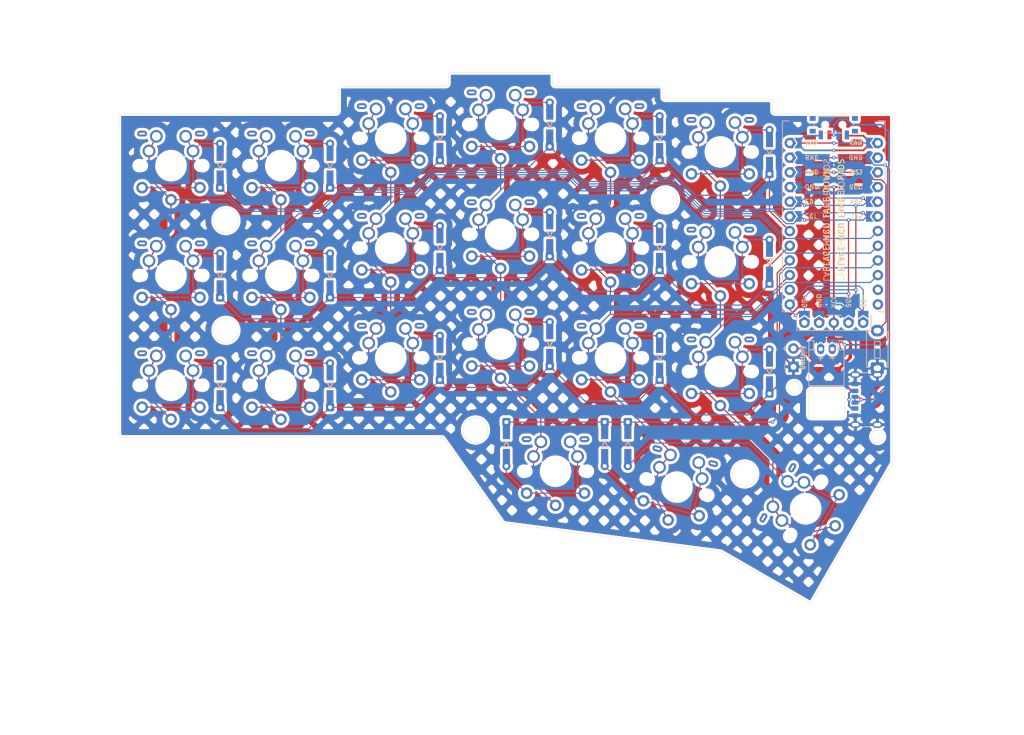
<source format=kicad_pcb>
(kicad_pcb (version 20240108) (generator "pcbnew") (generator_version "8.0")
  (layers (0 "F.Cu" signal) (31 "B.Cu" signal) (34 "B.Paste" user) (35 "F.Paste" user) (36 "B.SilkS" user "B.Silkscreen") (37 "F.SilkS" user "F.Silkscreen") (38 "B.Mask" user) (39 "F.Mask" user) (44 "Edge.Cuts" user))
  (net 0 "")
  (net 1 "row0")
  (net 2 "Net-(D1-A)")
  (net 3 "Net-(D2-A)")
  (net 4 "row1")
  (net 5 "Net-(D3-A)")
  (net 6 "row2")
  (net 7 "Net-(D4-A)")
  (net 8 "Net-(D5-A)")
  (net 9 "Net-(D6-A)")
  (net 10 "Net-(D7-A)")
  (net 11 "Net-(D8-A)")
  (net 12 "Net-(D9-A)")
  (net 13 "Net-(D10-A)")
  (net 14 "Net-(D11-A)")
  (net 15 "Net-(D12-A)")
  (net 16 "Net-(D13-A)")
  (net 17 "row3")
  (net 18 "Net-(D14-A)")
  (net 19 "Net-(D15-A)")
  (net 20 "Net-(D16-A)")
  (net 21 "Net-(D17-A)")
  (net 22 "Net-(D18-A)")
  (net 23 "Net-(D19-A)")
  (net 24 "Net-(D20-A)")
  (net 25 "Net-(D21-A)")
  (net 26 "battery")
  (net 27 "GND")
  (net 29 "VCC")
  (net 30 "SDA")
  (net 31 "SCL")
  (net 32 "CS")
  (net 33 "RAW")
  (net 34 "RST")
  (net 35 "col0")
  (net 36 "col1")
  (net 37 "col2")
  (net 38 "col3")
  (net 39 "col4")
  (net 40 "col5")
  (net 44 "RX")
  (net 46 "unconnected-(U1-D3-TX-Pad1)")
  (footprint "Project:Switch-MX_ChocV2-Reversible-Solder" (layer "F.Cu") (at 50 88)
    (property "Reference" "SW3" (hide yes))
    (property "Value" "SW_Push")
  )
  (footprint "Project:Switch-MX_ChocV2-Reversible-Solder" (layer "F.Cu") (at 145 47.625)
    (property "Reference" "SW18" (hide yes))
    (property "Value" "SW_Push")
  )
  (footprint "Project:Switch-MX_ChocV2-Reversible-Solder" (layer "F.Cu") (at 88 83.25)
    (property "Reference" "SW9" (hide yes))
    (property "Value" "SW_Push")
  )
  (footprint "Project:Switch-MX_ChocV2-Reversible-Solder" (layer "F.Cu") (at 69 50)
    (property "Reference" "SW4" (hide yes))
    (property "Value" "SW_Push")
  )
  (footprint "Project:Switch-MX_ChocV2-Reversible-Solder" (layer "F.Cu") (at 107 61.875)
    (property "Reference" "SW11" (hide yes))
    (property "Value" "SW_Push")
  )
  (footprint "Project:Switch-MX_ChocV2-Reversible-Solder" (layer "F.Cu") (at 50 69)
    (property "Reference" "SW2" (hide yes))
    (property "Value" "SW_Push")
  )
  (footprint "Project:Switch-MX_ChocV2-Reversible-Solder" (layer "F.Cu") (at 126 45.25)
    (property "Reference" "SW14" (hide yes))
    (property "Value" "SW_Push")
  )
  (footprint "Project:Switch-MX_ChocV2-Reversible-Solder" (layer "F.Cu") (at 88 64.25)
    (property "Reference" "SW8" (hide yes))
    (property "Value" "SW_Push")
  )
  (footprint "Project:Switch-MX_ChocV2-Reversible-Solder" (layer "F.Cu") (at 159.75 109.375 60)
    (property "Reference" "SW21" (hide yes))
    (property "Value" "SW_Push")
  )
  (footprint "Project:Switch-MX_ChocV2-Reversible-Solder" (layer "F.Cu") (at 137.5 105.625 -15)
    (property "Reference" "SW17" (hide yes))
    (property "Value" "SW_Push")
  )
  (footprint "Project:Switch-MX_ChocV2-Reversible-Solder" (layer "F.Cu") (at 50 50)
    (property "Reference" "SW1" (hide yes))
    (property "Value" "SW_Push")
  )
  (footprint "Project:Nice_View" (layer "F.Cu") (at 164.625 77.195)
    (property "Reference" "J2" (hide yes))
    (property "Value" "nice!view")
  )
  (footprint "Project:Pro_Micro-Reversible" (layer "F.Cu") (at 164.625 60.05)
    (property "Reference" "U1" (hide yes))
    (property "Value" "ProMicro")
  )
  (footprint "Project:Switch-MX_ChocV2-Reversible-Solder" (layer "F.Cu") (at 69 88)
    (property "Reference" "SW6" (hide yes))
    (property "Value" "SW_Push")
  )
  (footprint "Project:Switch-MX_ChocV2-Reversible-Solder" (layer "F.Cu") (at 69 69)
    (property "Reference" "SW5" (hide yes))
    (property "Value" "SW_Push")
  )
  (footprint "Project:JST_PH_S2B-PH-K_1x02_P2.00mm_Horizontal" (layer "F.Cu") (at 162.355 81.73)
    (property "Reference" "J1" (hide yes))
    (property "Value" "Battery Connector")
  )
  (footprint "Project:USB_C_Receptacle_GCT_USB4125-xx-x_6P_TopMnt_Horizontal" (layer "F.Cu") (at 171.35 90.495 90)
    (property "Reference" "J3" (hide yes))
    (property "Value" "USB_C_Receptacle_PowerOnly_6P")
  )
  (footprint "Project:Switch-MX_ChocV2-Reversible-Solder" (layer "F.Cu") (at 116.5 102.875)
    (property "Reference" "SW13" (hide yes))
    (property "Value" "SW_Push")
  )
  (footprint "Project:Battery Wire" (layer "F.Cu") (at 157.64 84.815 90)
    (property "Reference" "J4" (hide yes))
    (property "Value" "Battery Wire")
  )
  (footprint "Project:SW_PUSH_1P1T_6x3.5mm_H4.3_APEM_MJTP1243" (layer "F.Cu") (at 172.15 85.045 90)
    (property "Reference" "RSW1" (hide yes))
    (property "Value" "SW_Push")
  )
  (footprint "Project:Switch-MX_ChocV2-Reversible-Solder" (layer "F.Cu") (at 145 85.625)
    (property "Reference" "SW20" (hide yes))
    (property "Value" "SW_Push")
  )
  (footprint "Project:Switch-MX_ChocV2-Reversible-Solder" (layer "F.Cu") (at 107 42.875)
    (property "Reference" "SW10" (hide yes))
    (property "Value" "SW_Push")
  )
  (footprint "Project:Switch-MX_ChocV2-Reversible-Solder" (layer "F.Cu") (at 107 80.875)
    (property "Reference" "SW12" (hide yes))
    (property "Value" "SW_Push")
  )
  (footprint "Project:Switch-MX_ChocV2-Reversible-Solder" (layer "F.Cu") (at 126 83.25)
    (property "Reference" "SW16" (hide yes))
    (property "Value" "SW_Push")
  )
  (footprint "Project:Switch-MX_ChocV2-Reversible-Solder" (layer "F.Cu") (at 145 66.625)
    (property "Reference" "SW19" (hide yes))
    (property "Value" "SW_Push")
  )
  (footprint "Project:Switch-MX_ChocV2-Reversible-Solder" (layer "F.Cu") (at 126 64.25)
    (property "Reference" "SW15" (hide yes))
    (property "Value" "SW_Push")
  )
  (footprint "Project:Switch-MX_ChocV2-Reversible-Solder" (layer "F.Cu") (at 88 45.25)
    (property "Reference" "SW7" (hide yes))
    (property "Value" "SW_Push")
  )
  (footprint "Project:Diode-Reversible" (layer "B.Cu") (at 58.5 88 90)
    (property "Reference" "D3" (hide yes))
    (property "Value" "D")
  )
  (footprint "Project:Diode-Reversible" (layer "B.Cu") (at 153.5 85.625 90)
    (property "Reference" "D20" (hide yes))
    (property "Value" "D")
  )
  (footprint "Project:Diode-Reversible" (layer "B.Cu") (at 134.5 45.25 90)
    (property "Reference" "D14" (hide yes))
    (property "Value" "D")
  )
  (footprint "Project:Diode-Reversible" (layer "B.Cu") (at 115.5 61.875 90)
    (property "Reference" "D11" (hide yes))
    (property "Value" "D")
  )
  (footprint "Project:Diode-Reversible" (layer "B.Cu") (at 153.5 47.625 90)
    (property "Reference" "D18" (hide yes))
    (property "Value" "D")
  )
  (footprint "Project:Diode-Reversible" (layer "B.Cu") (at 77.5 50 90)
    (property "Reference" "D4" (hide yes))
    (property "Value" "D")
  )
  (footprint "Project:Diode-Reversible" (layer "B.Cu") (at 58.5 69 90)
    (property "Reference" "D2" (hide yes))
    (property "Value" "D")
  )
  (footprint "Project:Diode-Reversible" (layer "B.Cu") (at 115.5 80.875 90)
    (property "Reference" "D12" (hide yes))
    (property "Value" "D")
  )
  (footprint "Project:Diode-Reversible" (layer "B.Cu") (at 96.5 83.25 90)
    (property "Reference" "D9" (hide yes))
    (property "Value" "D")
  )
  (footprint "Project:Diode-Reversible" (layer "B.Cu") (at 129 98.185 -90)
    (property "Reference" "D21" (hide yes))
    (property "Value" "D")
  )
  (footprint "Project:Diode-Reversible" (layer "B.Cu") (at 153.5 66.625 90)
    (property "Reference" "D19" (hide yes))
    (property "Value" "D")
  )
  (footprint "Project:Diode-Reversible" (layer "B.Cu") (at 108 98.185 -90)
    (property "Reference" "D13" (hide yes))
    (property "Value" "D")
  )
  (footprint "Project:Diode-Reversible" (layer "B.Cu") (at 96.5 45.25 90)
    (property "Reference" "D7" (hide yes))
    (property "Value" "D")
  )
  (footprint "Project:Diode-Reversible" (layer "B.Cu") (at 134.5 83.25 90)
    (property "Reference" "D16" (hide yes))
    (property "Value" "D")
  )
  (footprint "Project:SW_SPDT_PCM12" (layer "B.Cu") (at 164.625 43.25)
    (property "Reference" "PSW1" (hide yes))
    (property "Value" "SW_SPDT")
  )
  (footprint "Project:Diode-Reversible" (layer "B.Cu") (at 58.5 50 90)
    (property "Reference" "D1" (hide yes))
    (property "Value" "D")
  )
  (footprint "Project:Diode-Reversible" (layer "B.Cu") (at 77.5 69 90)
    (property "Reference" "D5" (hide yes))
    (property "Value" "D")
  )
  (footprint "Project:Diode-Reversible" (layer "B.Cu") (at 115.5 42.875 90)
    (property "Reference" "D10" (hide yes))
    (property "Value" "D")
  )
  (footprint "Project:Diode-Reversible" (layer "B.Cu") (at 134.5 64.25 90)
    (property "Reference" "D15" (hide yes))
    (property "Value" "D")
  )
  (footprint "Project:Diode-Reversible" (layer "B.Cu") (at 96.5 64.25 90)
    (property "Reference" "D8" (hide yes))
    (property "Value" "D")
  )
  (footprint "Project:Diode-Reversible" (layer "B.Cu") (at 77.5 88 90)
    (property "Reference" "D6" (hide yes))
    (property "Value" "D")
  )
  (footprint "Project:Diode-Reversible" (layer "B.Cu") (at 125 98.185 -90)
    (property "Reference" "D17" (hide yes))
    (property "Value" "D")
  )
  (gr_arc (start 98.000001 35.749998) (mid 97.853554 36.103553) (end 97.499999 36.25) (stroke (width 0.05)) (layer "Edge.Cuts"))
  (gr_line (start 107.717337 111.903383) (end 144.981882 116.769934) (stroke (width 0.05)) (layer "Edge.Cuts"))
  (gr_arc (start 78.999999 36.75) (mid 79.146446 36.396444) (end 79.500002 36.249999) (stroke (width 0.05)) (layer "Edge.Cuts"))
  (gr_circle (center 172.21 96.88) (end 173.31 96.88) (stroke (width 0.05)) (fill none) (layer "Edge.Cuts"))
  (gr_line (start 97.499999 36.25) (end 79.500002 36.249999) (stroke (width 0.05)) (layer "Edge.Cuts"))
  (gr_arc (start 107.717337 111.903383) (mid 107.523732 111.835674) (end 107.373599 111.695934) (stroke (width 0.05)) (layer "Edge.Cuts"))
  (gr_line (start 174.75 101.260262) (end 174.75 41.5) (stroke (width 0.05)) (layer "Edge.Cuts"))
  (gr_line (start 166.022 88.625) (end 160.688 88.625) (stroke (width 0.05)) (layer "Edge.Cuts"))
  (gr_line (start 154.000001 40.499999) (end 153.999999 39.125) (stroke (width 0.05)) (layer "Edge.Cuts"))
  (gr_arc (start 115.499999 33.874999) (mid 115.853553 34.021446) (end 116 34.375) (stroke (width 0.05)) (layer "Edge.Cuts"))
  (gr_line (start 78.499999 40.999999) (end 41.5 40.999998) (stroke (width 0.05)) (layer "Edge.Cuts"))
  (gr_arc (start 154.500002 40.999999) (mid 154.146449 40.853552) (end 154.000001 40.499999) (stroke (width 0.05)) (layer "Edge.Cuts"))
  (gr_line (start 153.499998 38.624999) (end 135.500001 38.624999) (stroke (width 0.05)) (layer "Edge.Cuts"))
  (gr_line (start 160.919229 125.349837) (end 174.683013 101.510263) (stroke (width 0.05)) (layer "Edge.Cuts"))
  (gr_circle (center 157.778 88.359) (end 158.878 88.359) (stroke (width 0.05)) (fill none) (layer "Edge.Cuts"))
  (gr_arc (start 96.740922 96.999999) (mid 96.970954 97.056056) (end 97.149407 97.211658) (stroke (width 0.05)) (layer "Edge.Cuts"))
  (gr_line (start 115.499999 33.874999) (end 98.5 33.874999) (stroke (width 0.05)) (layer "Edge.Cuts"))
  (gr_line (start 41 41.5) (end 41 96.499998) (stroke (width 0.05)) (layer "Edge.Cuts"))
  (gr_line (start 135 38.124998) (end 135 36.750001) (stroke (width 0.05)) (layer "Edge.Cuts"))
  (gr_arc (start 116.500002 36.249999) (mid 116.146448 36.103552) (end 116.000001 35.749998) (stroke (width 0.05)) (layer "Edge.Cuts"))
  (gr_arc (start 41.5 96.999999) (mid 41.146446 96.853552) (end 41 96.499998) (stroke (width 0.05)) (layer "Edge.Cuts"))
  (gr_line (start 134.499999 36.249999) (end 116.500002 36.249999) (stroke (width 0.05)) (layer "Edge.Cuts"))
  (gr_arc (start 174.75 101.260262) (mid 174.732963 101.389672) (end 174.683013 101.510263) (stroke (width 0.05)) (layer "Edge.Cuts"))
  (gr_line (start 97.149407 97.211658) (end 107.373599 111.695934) (stroke (width 0.05)) (layer "Edge.Cuts"))
  (gr_line (start 160.18 93.197) (end 160.18 89.133) (stroke (width 0.05)) (layer "Edge.Cuts"))
  (gr_circle (center 102.657 95.74) (end 104.807 95.74) (stroke (width 0.05)) (fill none) (layer "Edge.Cuts"))
  (gr_line (start 166.53 93.197) (end 166.53 89.133) (stroke (width 0.05)) (layer "Edge.Cuts"))
  (gr_arc (start 98 34.375) (mid 98.146447 34.021447) (end 98.5 33.874999) (stroke (width 0.05)) (layer "Edge.Cuts"))
  (gr_line (start 98 34.375) (end 98.000001 35.749998) (stroke (width 0.05)) (layer "Edge.Cuts"))
  (gr_circle (center 59.5 59.5) (end 61.65 59.5) (stroke (width 0.05)) (fill none) (layer "Edge.Cuts"))
  (gr_line (start 160.688 93.705) (end 166.022 93.705) (stroke (width 0.05)) (layer "Edge.Cuts"))
  (gr_circle (center 135.5 55.9375) (end 137.65 55.9375) (stroke (width 0.05)) (fill none) (layer "Edge.Cuts"))
  (gr_arc (start 166.022 88.625) (mid 166.38121 88.77379) (end 166.53 89.133) (stroke (width 0.05)) (layer "Edge.Cuts"))
  (gr_arc (start 135.500001 38.624999) (mid 135.146447 38.478552) (end 135 38.124998) (stroke (width 0.05)) (layer "Edge.Cuts"))
  (gr_arc (start 174.249999 40.999999) (mid 174.603553 41.146446) (end 174.75 41.5) (stroke (width 0.05)) (layer "Edge.Cuts"))
  (gr_line (start 41.5 96.999999) (end 96.740922 96.999999) (stroke (width 0.05)) (layer "Edge.Cuts"))
  (gr_line (start 78.999999 36.75) (end 78.999999 40.499998) (stroke (width 0.05)) (layer "Edge.Cuts"))
  (gr_arc (start 160.919229 125.349837) (mid 160.615627 125.582799) (end 160.236219 125.532849) (stroke (width 0.05)) (layer "Edge.Cuts"))
  (gr_line (start 145.167135 116.832712) (end 160.236219 125.532849) (stroke (width 0.05)) (layer "Edge.Cuts"))
  (gr_arc (start 166.53 93.197) (mid 166.38121 93.55621) (end 166.022 93.705) (stroke (width 0.05)) (layer "Edge.Cuts"))
  (gr_circle (center 59.5 78.5) (end 61.65 78.5) (stroke (width 0.05)) (fill none) (layer "Edge.Cuts"))
  (gr_circle (center 149.223 103.355) (end 151.373 103.355) (stroke (width 0.05)) (fill none) (layer "Edge.Cuts"))
  (gr_arc (start 144.981882 116.769934) (mid 145.077609 116.792175) (end 145.167135 116.832712) (stroke (width 0.05)) (layer "Edge.Cuts"))
  (gr_arc (start 41 41.5) (mid 41.146446 41.146446) (end 41.5 40.999998) (stroke (width 0.05)) (layer "Edge.Cuts"))
  (gr_arc (start 153.499998 38.624999) (mid 153.853552 38.771446) (end 153.999999 39.125) (stroke (width 0.05)) (layer "Edge.Cuts"))
  (gr_arc (start 160.688 93.705) (mid 160.32879 93.55621) (end 160.18 93.197) (stroke (width 0.05)) (layer "Edge.Cuts"))
  (gr_arc (start 160.18 89.133) (mid 160.32879 88.77379) (end 160.688 88.625) (stroke (width 0.05)) (layer "Edge.Cuts"))
  (gr_arc (start 78.999999 40.499998) (mid 78.853553 40.853552) (end 78.499999 40.999999) (stroke (width 0.05)) (layer "Edge.Cuts"))
  (gr_line (start 174.249999 40.999999) (end 154.500002 40.999999) (stroke (width 0.05)) (layer "Edge.Cuts"))
  (gr_line (start 116.000001 35.749998) (end 116 34.375) (stroke (width 0.05)) (layer "Edge.Cuts"))
  (gr_arc (start 134.499999 36.249999) (mid 134.853554 36.396446) (end 135 36.750001) (stroke (width 0.05)) (layer "Edge.Cuts"))
  (segment (start 153.5 57.815) (end 157.005 61.32) (width 0.2) (layer "F.Cu") (net 1))
  (segment (start 153.5 51.435) (end 153.5 57.815) (width 0.2) (layer "F.Cu") (net 1))
  (segment (start 96.5 49.06) (end 97.815 50.375) (width 0.2) (layer "B.Cu") (net 1))
  (segment (start 97.815 50.375) (end 111.81 50.375) (width 0.2) (layer "B.Cu") (net 1))
  (segment (start 121.565 52.75) (end 130.81 52.75) (width 0.2) (layer "B.Cu") (net 1))
  (segment (start 62.19 57.5) (end 73.81 57.5) (width 0.2) (layer "B.Cu") (net 1))
  (segment (start 134.5 49.06) (end 134.685244 49.06) (width 0.2) (layer "B.Cu") (net 1))
  (segment (start 111.81 50.375) (end 115.5 46.685) (width 0.2) (layer "B.Cu") (net 1))
  (segment (start 58.5 53.81) (end 62.19 57.5) (width 0.2) (layer "B.Cu") (net 1))
  (segment (start 115.5 46.685) (end 121.565 52.75) (width 0.2) (layer "B.Cu") (net 1))
  (segment (start 134.685244 49.06) (end 140.750244 55.125) (width 0.2) (layer "B.Cu") (net 1))
  (segment (start 77.5 53.81) (end 91.75 53.81) (width 0.2) (layer "B.Cu") (net 1))
  (segment (start 91.75 53.81) (end 96.5 49.06) (width 0.2) (layer "B.Cu") (net 1))
  (segment (start 140.750244 55.125) (end 149.81 55.125) (width 0.2) (layer "B.Cu") (net 1))
  (segment (start 149.81 55.125) (end 153.5 51.435) (width 0.2) (layer "B.Cu") (net 1))
  (segment (start 130.81 52.75) (end 134.5 49.06) (width 0.2) (layer "B.Cu") (net 1))
  (segment (start 73.81 57.5) (end 77.5 53.81) (width 0.2) (layer "B.Cu") (net 1))
  (segment (start 55.08 46.19) (end 58.5 46.19) (width 0.2) (layer "B.Cu") (net 2))
  (segment (start 53.81 47.46) (end 55.08 46.19) (width 0.2) (layer "B.Cu") (net 2))
  (segment (start 53.81 66.46) (end 55.08 65.19) (width 0.2) (layer "B.Cu") (net 3))
  (segment (start 55.08 65.19) (end 58.5 65.19) (width 0.2) (layer "B.Cu") (net 3))
  (segment (start 153.5 70.435) (end 153.5 67.365) (width 0.2) (layer "F.Cu") (net 4))
  (segment (start 153.5 67.365) (end 157.005 63.86) (width 0.2) (layer "F.Cu") (net 4))
  (segment (start 149.81 74.125) (end 140.565 74.125) (width 0.2) (layer "B.Cu") (net 4))
  (segment (start 115.5 65.685) (end 111.81 69.375) (width 0.2) (layer "B.Cu") (net 4))
  (segment (start 130.81 71.75) (end 134.5 68.06) (width 0.2) (layer "B.Cu") (net 4))
  (segment (start 111.81 69.375) (end 97.815 69.375) (width 0.2) (layer "B.Cu") (net 4))
  (segment (start 97.815 69.375) (end 96.5 68.06) (width 0.2) (layer "B.Cu") (net 4))
  (segment (start 77.5 72.81) (end 73.81 76.5) (width 0.2) (layer "B.Cu") (net 4))
  (segment (start 153.5 70.435) (end 149.81 74.125) (width 0.2) (layer "B.Cu") (net 4))
  (segment (start 77.5 72.81) (end 91.75 72.81) (width 0.2) (layer "B.Cu") (net 4))
  (segment (start 73.81 76.5) (end 62.19 76.5) (width 0.2) (layer "B.Cu") (net 4))
  (segment (start 91.75 72.81) (end 96.5 68.06) (width 0.2) (layer "B.Cu") (net 4))
  (segment (start 121.565 71.75) (end 130.81 71.75) (width 0.2) (layer "B.Cu") (net 4))
  (segment (start 62.19 76.5) (end 58.5 72.81) (width 0.2) (layer "B.Cu") (net 4))
  (segment (start 140.565 74.125) (end 134.5 68.06) (width 0.2) (layer "B.Cu") (net 4))
  (segment (start 115.5 65.685) (end 121.565 71.75) (width 0.2) (layer "B.Cu") (net 4))
  (segment (start 55.08 84.19) (end 58.5 84.19) (width 0.2) (layer "B.Cu") (net 5))
  (segment (start 53.81 85.46) (end 55.08 84.19) (width 0.2) (layer "B.Cu") (net 5))
  (segment (start 154.835 88.1) (end 154.835 68.57) (width 0.2) (layer "F.Cu") (net 6))
  (segment (start 153.5 89.435) (end 154.835 88.1) (width 0.2) (layer "F.Cu") (net 6))
  (segment (start 154.835 68.57) (end 157.005 66.4) (width 0.2) (layer "F.Cu") (net 6))
  (segment (start 73.81 95.5) (end 77.5 91.81) (width 0.2) (layer "B.Cu") (net 6))
  (segment (start 121.565 90.75) (end 130.81 90.75) (width 0.2) (layer "B.Cu") (net 6))
  (segment (start 77.5 91.81) (end 91.75 91.81) (width 0.2) (layer "B.Cu") (net 6))
  (segment (start 62.19 95.5) (end 73.81 95.5) (width 0.2) (layer "B.Cu") (net 6))
  (segment (start 96.5 87.06) (end 97.815 88.375) (width 0.2) (layer "B.Cu") (net 6))
  (segment (start 91.75 91.81) (end 96.5 87.06) (width 0.2) (layer "B.Cu") (net 6))
  (segment (start 115.5 84.685) (end 121.565 90.75) (width 0.2) (layer "B.Cu") (net 6))
  (segment (start 140.565 93.125) (end 149.81 93.125) (width 0.2) (layer "B.Cu") (net 6))
  (segment (start 58.5 91.81) (end 62.19 95.5) (width 0.2) (layer "B.Cu") (net 6))
  (segment (start 134.5 87.06) (end 140.565 93.125) (width 0.2) (layer "B.Cu") (net 6))
  (segment (start 149.81 93.125) (end 153.5 89.435) (width 0.2) (layer "B.Cu") (net 6))
  (segment (start 130.81 90.75) (end 134.5 87.06) (width 0.2) (layer "B.Cu") (net 6))
  (segment (start 111.81 88.375) (end 115.5 84.685) (width 0.2) (layer "B.Cu") (net 6))
  (segment (start 97.815 88.375) (end 111.81 88.375) (width 0.2) (layer "B.Cu") (net 6))
  (segment (start 72.81 47.46) (end 74.08 46.19) (width 0.2) (layer "B.Cu") (net 7))
  (segment (start 74.08 46.19) (end 77.5 46.19) (width 0.2) (layer "B.Cu") (net 7))
  (segment (start 74.08 65.19) (end 77.5 65.19) (width 0.2) (layer "B.Cu") (net 8))
  (segment (start 72.81 66.46) (end 74.08 65.19) (width 0.2) (layer "B.Cu") (net 8))
  (segment (start 72.81 85.46) (end 74.08 84.19) (width 0.2) (layer "B.Cu") (net 9))
  (segment (start 74.08 84.19) (end 77.5 84.19) (width 0.2) (layer "B.Cu") (net 9))
  (segment (start 91.81 42.71) (end 93.08 41.44) (width 0.2) (layer "B.Cu") (net 10))
  (segment (start 93.08 41.44) (end 96.5 41.44) (width 0.2) (layer "B.Cu") (net 10))
  (segment (start 91.81 61.71) (end 93.08 60.44) (width 0.2) (layer "B.Cu") (net 11))
  (segment (start 93.08 60.44) (end 96.5 60.44) (width 0.2) (layer "B.Cu") (net 11))
  (segment (start 93.08 79.44) (end 96.5 79.44) (width 0.2) (layer "B.Cu") (net 12))
  (segment (start 91.81 80.71) (end 93.08 79.44) (width 0.2) (layer "B.Cu") (net 12))
  (segment (start 110.81 40.335) (end 112.08 39.065) (width 0.2) (layer "B.Cu") (net 13))
  (segment (start 112.08 39.065) (end 115.5 39.065) (width 0.2) (layer "B.Cu") (net 13))
  (segment (start 112.08 58.065) (end 115.5 58.065) (width 0.2) (layer "B.Cu") (net 14))
  (segment (start 110.81 59.335) (end 112.08 58.065) (width 0.2) (layer "B.Cu") (net 14))
  (segment (start 112.08 77.065) (end 115.5 77.065) (width 0.2) (layer "B.Cu") (net 15))
  (segment (start 110.81 78.335) (end 112.08 77.065) (width 0.2) (layer "B.Cu") (net 15))
  (segment (start 111.5 106.675) (end 108 103.175) (width 0.2) (layer "B.Cu") (net 16))
  (segment (start 108 103.175) (end 108 101.995) (width 0.2) (layer "B.Cu") (net 16))
  (segment (start 154.025 94.375) (end 155.235 93.165) (width 0.2) (layer "F.Cu") (net 17))
  (segment (start 155.235 70.71) (end 157.005 68.94) (width 0.2) (layer "F.Cu") (net 17))
  (segment (start 155.235 93.165) (end 155.235 70.71) (width 0.2) (layer "F.Cu") (net 17))
  (via (at 154.025 94.375) (size 0.6) (drill 0.3) (layers "F.Cu" "B.Cu") (net 17))
  (segment (start 125 94.375) (end 129 94.375) (width 0.2) (layer "B.Cu") (net 17))
  (segment (start 108 94.375) (end 125 94.375) (width 0.2) (layer "B.Cu") (net 17))
  (segment (start 154.025 94.375) (end 129 94.375) (width 0.2) (layer "B.Cu") (net 17))
  (segment (start 129.81 42.71) (end 131.08 41.44) (width 0.2) (layer "B.Cu") (net 18))
  (segment (start 131.08 41.44) (end 134.5 41.44) (width 0.2) (layer "B.Cu") (net 18))
  (segment (start 131.08 60.44) (end 134.5 60.44) (width 0.2) (layer "B.Cu") (net 19))
  (segment (start 129.81 61.71) (end 131.08 60.44) (width 0.2) (layer "B.Cu") (net 19))
  (segment (start 131.08 79.44) (end 134.5 79.44) (width 0.2) (layer "B.Cu") (net 20))
  (segment (start 129.81 80.71) (end 131.08 79.44) (width 0.2) (layer "B.Cu") (net 20))
  (segment (start 131.006423 108.001423) (end 125 101.995) (width 0.2) (layer "B.Cu") (net 21))
  (segment (start 131.686858 108.001423) (end 131.006423 108.001423) (width 0.2) (layer "B.Cu") (net 21))
  (segment (start 148.81 45.085) (end 150.08 43.815) (width 0.2) (layer "B.Cu") (net 22))
  (segment (start 150.08 43.815) (end 153.5 43.815) (width 0.2) (layer "B.Cu") (net 22))
  (segment (start 150.08 62.815) (end 153.5 62.815) (width 0.2) (layer "B.Cu") (net 23))
  (segment (start 148.81 64.085) (end 150.08 62.815) (width 0.2) (layer "B.Cu") (net 23))
  (segment (start 150.08 81.815) (end 153.5 81.815) (width 0.2) (layer "B.Cu") (net 24))
  (segment (start 148.81 83.085) (end 150.08 81.815) (width 0.2) (layer "B.Cu") (net 24))
  (segment (start 129 101.995) (end 132.99 98.005) (width 0.2) (layer "B.Cu") (net 25))
  (segment (start 149.990296 98.005) (end 156.620591 104.635295) (width 0.2) (layer "B.Cu") (net 25))
  (segment (start 132.99 98.005) (end 149.990296 98.005) (width 0.2) (layer "B.Cu") (net 25))
  (segment (start 164.625 44.68) (end 163.875 44.68) (width 0.3) (layer "F.Cu") (net 26))
  (segment (start 158.91 81.64) (end 157.64 81.64) (width 0.3) (layer "F.Cu") (net 26))
  (segment (start 166.53 81.005) (end 166.53 82.91) (width 0.3) (layer "F.Cu") (net 26))
  (segment (start 165.26 84.18) (end 161.45 84.18) (width 0.3) (layer "F.Cu") (net 26))
  (segment (start 161.45 84.18) (end 160.18 82.91) (width 0.3) (layer "F.Cu") (net 26))
  (segment (start 166.53 82.91) (end 165.26 84.18) (width 0.3) (layer "F.Cu") (net 26))
  (segment (start 160.18 82.91) (end 158.91 81.64) (width 0.3) (layer "F.Cu") (net 26))
  (segment (start 162.355 80.23) (end 160.955 80.23) (width 0.3) (layer "F.Cu") (net 26))
  (segment (start 160.18 81.005) (end 160.18 82.91) (width 0.3) (layer "F.Cu") (net 26))
  (segment (start 160.955 80.23) (end 160.18 81.005) (width 0.3) (layer "F.Cu") (net 26))
  (via (at 164.625 44.68) (size 0.6) (drill 0.3) (layers "F.Cu" "B.Cu") (net 26))
  (via (at 166.53 81.005) (size 0.6) (drill 0.3) (layers "F.Cu" "B.Cu") (net 26))
  (segment (start 172.88 42.905) (end 167.8 42.905) (width 0.3) (layer "B.Cu") (net 26))
  (segment (start 174.15 44.175) (end 172.88 42.905) (width 0.3) (layer "B.Cu") (net 26))
  (segment (start 164.625 44.68) (end 165.375 44.68) (width 0.3) (layer "B.Cu") (net 26))
  (segment (start 174.15 50.159239) (end 174.15 44.175) (width 0.3) (layer "B.Cu") (net 26))
  (segment (start 166.53 81.005) (end 172.88 81.005) (width 0.3) (layer "B.Cu") (net 26))
  (segment (start 165.5775 41.9525) (end 164.625 42.905) (width 0.3) (layer "B.Cu") (net 26))
  (segment (start 172.88 81.005) (end 173.95 79.935) (width 0.3) (layer "B.Cu") (net 26))
  (segment (start 173.95 79.935) (end 173.95 50.359239) (width 0.3) (layer "B.Cu") (net 26))
  (segment (start 164.625 42.905) (end 164.625 44.68) (width 0.3) (layer "B.Cu") (net 26))
  (segment (start 173.95 50.359239) (end 174.15 50.159239) (width 0.3) (layer "B.Cu") (net 26))
  (segment (start 166.8475 41.9525) (end 165.5775 41.9525) (width 0.3) (layer "B.Cu") (net 26))
  (segment (start 167.8 42.905) (end 166.8475 41.9525) (width 0.3) (layer "B.Cu") (net 26))
  (segment (start 165.755 80.23) (end 164.355 80.23) (width 0.3) (layer "B.Cu") (net 26))
  (segment (start 166.53 81.005) (end 165.755 80.23) (width 0.3) (layer "B.Cu") (net 26))
  (segment (start 158.91 50.525) (end 158.91 51.16) (width 0.3) (layer "F.Cu") (net 27))
  (segment (start 164.625 49.89) (end 159.545 49.89) (width 0.3) (layer "F.Cu") (net 27))
  (segment (start 160.815 74.02) (end 158.91 74.02) (width 0.3) (layer "F.Cu") (net 27))
  (segment (start 168.35 86.175) (end 168.27 86.255) (width 0.3) (layer "F.Cu") (net 27))
  (segment (start 162.085 75.29) (end 160.815 74.02) (width 0.3) (layer "F.Cu") (net 27))
  (segment (start 168.27 93.245) (end 168.27 94.735) (width 0.3) (layer "F.Cu") (net 27))
  (segment (start 164.625 49.89) (end 169.705 49.89) (width 0.3) (layer "F.Cu") (net 27))
  (segment (start 158.91 74.02) (end 157.005 75.925) (width 0.3) (layer "F.Cu") (net 27))
  (segment (start 168.27 86.255) (end 168.27 87.745) (width 0.3) (layer "F.Cu") (net 27))
  (segment (start 155.989 83.164) (end 157.64 84.815) (width 0.3) (layer "F.Cu") (net 27))
  (segment (start 162.733193 79.1) (end 163.354999 79.721806) (width 0.3) (layer "F.Cu") (net 27))
  (segment (start 157.64 79.1) (end 162.733193 79.1) (width 0.3) (layer "F.Cu") (net 27))
  (segment (start 163.354999 79.721806) (end 163.863193 80.23) (width 0.3) (layer "F.Cu") (net 27))
  (segment (start 163.863193 80.23) (end 164.355 80.23) (width 0.3) (layer "F.Cu") (net 27))
  (segment (start 155.989 79.481) (end 155.989 83.164) (width 0.3) (layer "F.Cu") (net 27))
  (segment (start 158.91 51.16) (end 158.91 53.7) (width 0.3) (layer "F.Cu") (net 27))
  (segment (start 163.34 74.035) (end 162.085 75.29) (width 0.3) (layer "F.Cu") (net 27))
  (segment (start 157.005 78.465) (end 157.64 79.1) (width 0.3) (layer "F.Cu") (net 27))
  (segment (start 169.705 49.89) (end 170.34 49.255) (width 0.3) (layer "F.Cu") (net 27))
  (segment (start 157.005 75.925) (end 157.005 78.465) (width 0.3) (layer "F.Cu") (net 27))
  (segment (start 159.545 49.89) (end 158.91 50.525) (width 0.3) (layer "F.Cu") (net 27))
  (segment (start 170.34 49.255) (end 170.34 48.62) (width 0.3) (layer "F.Cu") (net 27))
  (segment (start 168.27 94.735) (end 168.35 94.815) (width 0.3) (layer "F.Cu") (net 27))
  (segment (start 157.005 78.465) (end 155.989 79.481) (width 0.3) (layer "F.Cu") (net 27))
  (via (at 163.354999 79.721806) (size 0.6) (drill 0.3) (layers "F.Cu" "B.Cu") (net 27))
  (via (at 138.5 79.125) (size 0.6) (drill 0.3) (layers "F.Cu" "B.Cu") (net 27))
  (via (at 164.625 49.89) (size 0.6) (drill 0.3) (layers "F.Cu" "B.Cu") (net 27))
  (via (at 81.5 57.75) (size 0.6) (drill 0.3) (layers "F.Cu" "B.Cu") (net 27))
  (via (at 119.5 57.75) (size 0.6) (drill 0.3) (layers "F.Cu" "B.Cu") (net 27))
  (via (at 163.34 74.035) (size 0.6) (drill 0.3) (layers "F.Cu" "B.Cu") (net 27))
  (segment (start 165.91 74.035) (end 167.18 75.305) (width 0.3) (layer "B.Cu") (net 27))
  (segment (start 163.354999 79.721806) (end 162.846805 80.23) (width 0.3) (layer "B.Cu") (net 27))
  (segment (start 170.34 50.525) (end 170.34 51.16) (width 0.3) (layer "B.Cu") (net 27))
  (segment (start 168.27 86.255) (end 168.27 87.745) (width 0.3) (layer "B.Cu") (net 27))
  (segment (start 168.35 94.815) (end 168.27 94.735) (width 0.3) (layer "B.Cu") (net 27))
  (segment (start 164.625 49.89) (end 159.545 49.89) (width 0.3) (layer "B.Cu") (net 27))
  (segment (start 159.545 49.89) (end 158.91 49.255) (width 0.3) (layer "B.Cu") (net 27))
  (segment (start 169.705 49.89) (end 170.34 50.525) (width 0.3) (layer "B.Cu") (net 27))
  (segment (start 168.35 86.175) (end 172.15 86.175) (width 0.3) (layer "B.Cu") (net 27))
  (segment (start 172.15 86.175) (end 172.15 85.045) (width 0.3) (layer "B.Cu") (net 27))
  (segment (start 162.846805 80.23) (end 162.355 80.23) (width 0.3) (layer "B.Cu") (net 27))
  (segment (start 170.34 51.16) (end 170.34 53.7) (width 0.3) (layer "B.Cu") (net 27))
  (segment (start 163.34 74.035) (end 165.91 74.035) (width 0.3) (layer "B.Cu") (net 27))
  (segment (start 168.27 94.735) (end 168.27 93.245) (width 0.3) (layer "B.Cu") (net 27))
  (segment (start 168.35 86.175) (end 168.27 86.255) (width 0.3) (layer "B.Cu") (net 27))
  (segment (start 164.625 49.89) (end 169.705 49.89) (width 0.3) (layer "B.Cu") (net 27))
  (segment (start 158.91 49.255) (end 158.91 48.62) (width 0.3) (layer "B.Cu") (net 27))
  (segment (start 172.15 94.815) (end 168.35 94.815) (width 0.3) (layer "B.Cu") (net 27))
  (segment (start 167.25 90.495) (end 167.25 89.395) (width 0.3) (layer "F.Cu") (net 29))
  (segment (start 167.25 89.395) (end 167.67 88.975) (width 0.3) (layer "F.Cu") (net 29))
  (segment (start 167.67 88.975) (end 168.27 88.975) (width 0.3) (layer "F.Cu") (net 29))
  (segment (start 168.435 83.545) (end 166.53 85.45) (width 0.3) (layer "F.Cu") (net 29))
  (segment (start 164.625 77.195) (end 164.625 78.465) (width 0.3) (layer "F.Cu") (net 29))
  (segment (start 167.165 79.1) (end 168.435 80.37) (width 0.3) (layer "F.Cu") (net 29))
  (segment (start 167.25 91.595) (end 167.67 92.015) (width 0.3) (layer "F.Cu") (net 29))
  (segment (start 164.625 53.7) (end 164.625 77.195) (width 0.3) (layer "F.Cu") (net 29))
  (segment (start 167.67 92.015) (end 168.27 92.015) (width 0.3) (layer "F.Cu") (net 29))
  (segment (start 167.25 90.495) (end 167.25 91.595) (width 0.3) (layer "F.Cu") (net 29))
  (segment (start 165.26 79.1) (end 167.165 79.1) (width 0.3) (layer "F.Cu") (net 29))
  (segment (start 164.625 53.7) (end 164.61 53.715) (width 0.3) (layer "F.Cu") (net 29))
  (segment (start 164.625 78.465) (end 165.26 79.1) (width 0.3) (layer "F.Cu") (net 29))
  (segment (start 166.53 85.45) (end 166.53 87.835) (width 0.3) (layer "F.Cu") (net 29))
  (segment (start 166.53 87.835) (end 167.67 88.975) (width 0.3) (layer "F.Cu") (net 29))
  (segment (start 168.435 80.37) (end 168.435 83.545) (width 0.3) (layer "F.Cu") (net 29))
  (segment (start 170.34 53.7) (end 164.625 53.7) (width 0.3) (layer "F.Cu") (net 29))
  (via (at 164.625 53.7) (size 0.6) (drill 0.3) (layers "F.Cu" "B.Cu") (net 29))
  (via (at 167.25 90.495) (size 0.6) (drill 0.3) (layers "F.Cu" "B.Cu") (net 29))
  (segment (start 167.25 91.595) (end 167.25 90.495) (width 0.3) (layer "B.Cu") (net 29))
  (segment (start 167.25 90.495) (end 167.25 89.395) (width 0.3) (layer "B.Cu") (net 29))
  (segment (start 167.25 89.395) (end 167.67 88.975) (width 0.3) (layer "B.Cu") (net 29))
  (segment (start 168.27 92.015) (end 167.67 92.015) (width 0.3) (layer "B.Cu") (net 29))
  (segment (start 167.67 88.975) (end 168.27 88.975) (width 0.3) (layer "B.Cu") (net 29))
  (segment (start 167.67 92.015) (end 167.25 91.595) (width 0.3) (layer "B.Cu") (net 29))
  (segment (start 164.625 53.7) (end 158.91 53.7) (width 0.3) (layer "B.Cu") (net 29))
  (segment (start 159.56 56.875) (end 159.545 56.875) (width 0.2) (layer "F.Cu") (net 30))
  (segment (start 168.435 74.02) (end 169.705 75.29) (width 0.2) (layer "F.Cu") (net 30))
  (segment (start 168.435 71.48) (end 168.435 74.02) (width 0.2) (layer "F.Cu") (net 30))
  (segment (start 168.435 71.48) (end 168.435 56.875) (width 0.2) (layer "F.Cu") (net 30))
  (segment (start 159.545 56.875) (end 158.91 56.24) (width 0.2) (layer "F.Cu") (net 30))
  (via (at 159.56 56.875) (size 0.6) (drill 0.3) (layers "F.Cu" "B.Cu") (net 30))
  (via (at 168.435 56.875) (size 0.6) (drill 0.3) (layers "F.Cu" "B.Cu") (net 30))
  (via (at 168.435 71.48) (size 0.6) (drill 0.3) (layers "F.Cu" "B.Cu") (net 30))
  (segment (start 168.435 71.48) (end 160.815 71.48) (width 0.2) (layer "B.Cu") (net 30))
  (segment (start 159.545 72.75) (end 159.545 75.29) (width 0.2) (layer "B.Cu") (net 30))
  (segment (start 169.705 56.875) (end 170.34 56.24) (width 0.2) (layer "B.Cu") (net 30))
  (segment (start 168.435 56.875) (end 169.705 56.875) (width 0.2) (layer "B.Cu") (net 30))
  (segment (start 160.815 71.48) (end 159.545 72.75) (width 0.2) (layer "B.Cu") (net 30))
  (segment (start 159.56 56.875) (end 168.435 56.875) (width 0.2) (layer "B.Cu") (net 30))
  (segment (start 159.545 59.415) (end 158.91 58.78) (width 0.2) (layer "F.Cu") (net 31))
  (segment (start 167.165 59.415) (end 167.165 72.115) (width 0.2) (layer "F.Cu") (net 31))
  (segment (start 159.56 59.415) (end 159.545 59.415) (width 0.2) (layer "F.Cu") (net 31))
  (segment (start 167.165 75.29) (end 167.165 72.115) (width 0.2) (layer "F.Cu") (net 31))
  (via (at 167.165 59.415) (size 0.6) (drill 0.3) (layers "F.Cu" "B.Cu") (net 31))
  (via (at 167.165 72.115) (size 0.6) (drill 0.3) (layers "F.Cu" "B.Cu") (net 31))
  (via (at 159.56 59.415) (size 0.6) (drill 0.3) (layers "F.Cu" "B.Cu") (net 31))
  (segment (start 162.085 72.75) (end 162.085 75.29) (width 0.2) (layer "B.Cu") (net 31))
  (segment (start 167.165 72.115) (end 162.72 72.115) (width 0.2) (layer "B.Cu") (net 31))
  (segment (start 159.56 59.415) (end 167.165 59.415) (width 0.2) (layer "B.Cu") (net 31))
  (segment (start 167.165 59.415) (end 169.705 59.415) (width 0.2) (layer "B.Cu") (net 31))
  (segment (start 162.085 72.75) (end 162.72 72.115) (width 0.2) (layer "B.Cu") (net 31))
  (segment (start 169.705 59.415) (end 170.34 58.78) (width 0.2) (layer "B.Cu") (net 31))
  (segment (start 158.656 75.29) (end 159.545 75.29) (width 0.2) (layer "F.Cu") (net 32))
  (segment (start 158.021 75.925) (end 158.656 75.29) (width 0.2) (layer "F.Cu") (net 32))
  (via (at 158.021 75.925) (size 0.6) (drill 0.3) (layers "F.Cu" "B.Cu") (net 32))
  (segment (start 160.18 70.845) (end 169.07 70.845) (width 0.2) (layer "B.Cu") (net 32))
  (segment (start 169.705 71.48) (end 169.705 75.29) (width 0.2) (layer "B.Cu") (net 32))
  (segment (start 157.005 74.02) (end 160.18 70.845) (width 0.2) (layer "B.Cu") (net 32))
  (segment (start 158.021 75.925) (end 157.005 74.909) (width 0.2) (layer "B.Cu") (net 32))
  (segment (start 169.07 70.845) (end 169.705 71.48) (width 0.2) (layer "B.Cu") (net 32))
  (segment (start 157.005 74.909) (end 157.005 74.02) (width 0.2) (layer "B.Cu") (net 32))
  (segment (start 170.34 46.715) (end 170.34 46.08) (width 0.3) (layer "F.Cu") (net 33))
  (segment (start 167.005 44.81) (end 166.875 44.68) (width 0.3) (layer "F.Cu") (net 33))
  (segment (start 169.705 47.35) (end 170.34 46.715) (width 0.3) (layer "F.Cu") (net 33))
  (segment (start 170.34 46.08) (end 170.34 45.445) (width 0.3) (layer "F.Cu") (net 33))
  (segment (start 170.34 45.445) (end 169.705 44.81) (width 0.3) (layer "F.Cu") (net 33))
  (segment (start 169.705 44.81) (end 167.005 44.81) (width 0.3) (layer "F.Cu") (net 33))
  (segment (start 164.625 47.35) (end 169.705 47.35) (width 0.3) (layer "F.Cu") (net 33))
  (via (at 164.625 47.35) (size 0.6) (drill 0.3) (layers "F.Cu" "B.Cu") (net 33))
  (segment (start 162.375 44.68) (end 162.245 44.81) (width 0.3) (layer "B.Cu") (net 33))
  (segment (start 162.245 44.81) (end 159.545 44.81) (width 0.3) (layer "B.Cu") (net 33))
  (segment (start 159.545 47.35) (end 158.91 46.715) (width 0.3) (layer "B.Cu") (net 33))
  (segment (start 158.91 45.445) (end 158.91 46.08) (width 0.3) (layer "B.Cu") (net 33))
  (segment (start 159.545 44.81) (end 158.91 45.445) (width 0.3) (layer "B.Cu") (net 33))
  (segment (start 158.91 46.715) (end 158.91 46.08) (width 0.3) (layer "B.Cu") (net 33))
  (segment (start 164.625 47.35) (end 159.545 47.35) (width 0.3) (layer "B.Cu") (net 33))
  (segment (start 173.65 77.045) (end 172.15 78.545) (width 0.2) (layer "F.Cu") (net 34))
  (segment (start 170.34 51.16) (end 171.61 52.43) (width 0.2) (layer "F.Cu") (net 34))
  (segment (start 172.8425 52.43) (end 173.65 53.2375) (width 0.2) (layer "F.Cu") (net 34))
  (segment (start 170.34 51.16) (end 164.625 51.16) (width 0.2) (layer "F.Cu") (net 34))
  (segment (start 171.61 52.43) (end 172.8425 52.43) (width 0.2) (layer "F.Cu") (net 34))
  (segment (start 173.65 53.2375) (end 173.65 77.045) (width 0.2) (layer "F.Cu") (net 34))
  (via (at 164.625 51.16) (size 0.6) (drill 0.3) (layers "F.Cu" "B.Cu") (net 34))
  (segment (start 164.625 51.16) (end 158.91 51.16) (width 0.2) (layer "B.Cu") (net 34))
  (segment (start 50 61.38) (end 47.46 63.92) (width 0.2) (layer "F.Cu") (net 35))
  (segment (start 50 74.9) (end 50 80.38) (width 0.2) (layer "F.Cu") (net 35))
  (segment (start 169.705 55.605) (end 170.34 56.24) (width 0.2) (layer "F.Cu") (net 35))
  (segment (start 50 55.9) (end 50 61.38) (width 0.2) (layer "F.Cu") (net 35))
  (segment (start 50 80.38) (end 47.46 82.92) (width 0.2) (layer "F.Cu") (net 35))
  (segment (start 169.69 55.605) (end 169.705 55.605) (width 0.2) (layer "F.Cu") (net 35))
  (via (at 169.69 55.605) (size 0.6) (drill 0.3) (layers "F.Cu" "B.Cu") (net 35))
  (segment (start 142.569558 57.51) (end 137.097058 52.0375) (width 0.2) (layer "B.Cu") (net 35))
  (segment (start 137.097058 52.0375) (end 132.088186 52.0375) (width 0.2) (layer "B.Cu") (net 35))
  (segment (start 95.350686 50.775) (end 91.915686 54.21) (width 0.2) (layer "B.Cu") (net 35))
  (segment (start 119.024314 50.775) (end 95.350686 50.775) (width 0.2) (layer "B.Cu") (net 35))
  (segment (start 79.1275 54.21) (end 75.4375 57.9) (width 0.2) (layer "B.Cu") (net 35))
  (segment (start 91.915686 54.21) (end 79.1275 54.21) (width 0.2) (layer "B.Cu") (net 35))
  (segment (start 159.545 55.605) (end 158.91 56.24) (width 0.2) (layer "B.Cu") (net 35))
  (segment (start 75.4375 57.9) (end 62.024314 57.9) (width 0.2) (layer "B.Cu") (net 35))
  (segment (start 169.69 55.605) (end 159.545 55.605) (width 0.2) (layer "B.Cu") (net 35))
  (segment (start 60.024314 55.9) (end 50 55.9) (width 0.2) (layer "B.Cu") (net 35))
  (segment (start 157.64 57.51) (end 142.569558 57.51) (width 0.2) (layer "B.Cu") (net 35))
  (segment (start 132.088186 52.0375) (end 130.975686 53.15) (width 0.2) (layer "B.Cu") (net 35))
  (segment (start 62.024314 57.9) (end 60.024314 55.9) (width 0.2) (layer "B.Cu") (net 35))
  (segment (start 121.399314 53.15) (end 119.024314 50.775) (width 0.2) (layer "B.Cu") (net 35))
  (segment (start 158.91 56.24) (end 157.64 57.51) (width 0.2) (layer "B.Cu") (net 35))
  (segment (start 130.975686 53.15) (end 121.399314 53.15) (width 0.2) (layer "B.Cu") (net 35))
  (segment (start 69 55.9) (end 69 61.38) (width 0.2) (layer "F.Cu") (net 36))
  (segment (start 169.705 58.145) (end 170.34 58.78) (width 0.2) (layer "F.Cu") (net 36))
  (segment (start 69 74.9) (end 69 80.38) (width 0.2) (layer "F.Cu") (net 36))
  (segment (start 169.69 58.145) (end 169.705 58.145) (width 0.2) (layer "F.Cu") (net 36))
  (segment (start 69 61.38) (end 66.46 63.92) (width 0.2) (layer "F.Cu") (net 36))
  (segment (start 69 80.38) (end 66.46 82.92) (width 0.2) (layer "F.Cu") (net 36))
  (via (at 169.69 58.145) (size 0.6) (drill 0.3) (layers "F.Cu" "B.Cu") (net 36))
  (segment (start 95.516372 51.175) (end 92.081372 54.61) (width 0.2) (layer "B.Cu") (net 36))
  (segment (start 79.293186 54.61) (end 75.603186 58.3) (width 0.2) (layer "B.Cu") (net 36))
  (segment (start 157.64 60.05) (end 156.37 60.05) (width 0.2) (layer "B.Cu") (net 36))
  (segment (start 132.253872 52.4375) (end 131.141372 53.55) (width 0.2) (layer "B.Cu") (net 36))
  (segment (start 158.91 58.78) (end 157.64 60.05) (width 0.2) (layer "B.Cu") (net 36))
  (segment (start 159.545 58.145) (end 158.91 58.78) (width 0.2) (layer "B.Cu") (net 36))
  (segment (start 118.858628 51.175) (end 95.516372 51.175) (width 0.2) (layer "B.Cu") (net 36))
  (segment (start 121.233628 53.55) (end 118.858628 51.175) (width 0.2) (layer "B.Cu") (net 36))
  (segment (start 72.08 58.3) (end 66.46 63.92) (width 0.2) (layer "B.Cu") (net 36))
  (segment (start 142.403872 57.91) (end 136.931372 52.4375) (width 0.2) (layer "B.Cu") (net 36))
  (segment (start 169.69 58.145) (end 159.545 58.145) (width 0.2) (layer "B.Cu") (net 36))
  (segment (start 154.23 57.91) (end 142.403872 57.91) (width 0.2) (layer "B.Cu") (net 36))
  (segment (start 136.931372 52.4375) (end 132.253872 52.4375) (width 0.2) (layer "B.Cu") (net 36))
  (segment (start 92.081372 54.61) (end 79.293186 54.61) (width 0.2) (layer "B.Cu") (net 36))
  (segment (start 156.37 60.05) (end 154.23 57.91) (width 0.2) (layer "B.Cu") (net 36))
  (segment (start 75.603186 58.3) (end 72.08 58.3) (width 0.2) (layer "B.Cu") (net 36))
  (segment (start 131.141372 53.55) (end 121.233628 53.55) (width 0.2) (layer "B.Cu") (net 36))
  (segment (start 88 70.15) (end 88 75.63) (width 0.2) (layer "F.Cu") (net 37))
  (segment (start 88 75.63) (end 85.46 78.17) (width 0.2) (layer "F.Cu") (net 37))
  (segment (start 88 51.15) (end 88 56.63) (width 0.2) (layer "F.Cu") (net 37))
  (segment (start 88 56.63) (end 85.46 59.17) (width 0.2) (layer "F.Cu") (net 37))
  (segment (start 136.765686 52.8375) (end 142.238186 58.31) (width 0.2) (layer "B.Cu") (net 37))
  (segment (start 121.067942 53.95) (end 131.307058 53.95) (width 0.2) (layer "B.Cu") (net 37))
  (segment (start 142.238186 58.31) (end 152.09 58.31) (width 0.2) (layer "B.Cu") (net 37))
  (segment (start 89.62 55.01) (end 92.247058 55.01) (width 0.2) (layer "B.Cu") (net 37))
  (segment (start 152.09 58.31) (end 156.37 62.59) (width 0.2) (layer "B.Cu") (net 37))
  (segment (start 132.419558 52.8375) (end 136.765686 52.8375) (width 0.2) (layer "B.Cu") (net 37))
  (segment (start 92.247058 55.01) (end 95.682058 51.575) (width 0.2) (layer "B.Cu") (net 37))
  (segment (start 170.975 62.59) (end 172.245 61.32) (width 0.2) (layer "B.Cu") (net 37))
  (segment (start 156.37 62.59) (end 170.975 62.59) (width 0.2) (layer "B.Cu") (net 37))
  (segment (start 95.682058 51.575) (end 118.692942 51.575) (width 0.2) (layer "B.Cu") (net 37))
  (segment (start 85.46 59.17) (end 89.62 55.01) (width 0.2) (layer "B.Cu") (net 37))
  (segment (start 118.692942 51.575) (end 121.067942 53.95) (width 0.2) (layer "B.Cu") (net 37))
  (segment (start 131.307058 53.95) (end 132.419558 52.8375) (width 0.2) (layer "B.Cu") (net 37))
  (segment (start 107 73.255) (end 104.46 75.795) (width 0.2) (layer "F.Cu") (net 38))
  (segment (start 107 48.775) (end 107 54.255) (width 0.2) (layer "F.Cu") (net 38))
  (segment (start 107 67.775) (end 107 73.255) (width 0.2) (layer "F.Cu") (net 38))
  (segment (start 107 54.255) (end 104.46 56.795) (width 0.2) (layer "F.Cu") (net 38))
  (segment (start 107 86.775) (end 113.96 93.735) (width 0.2) (layer "F.Cu") (net 38))
  (segment (start 113.96 93.735) (end 113.96 97.795) (width 0.2) (layer "F.Cu") (net 38))
  (segment (start 155.225 62.010686) (end 151.924314 58.71) (width 0.2) (layer "B.Cu") (net 38))
  (segment (start 120.902256 54.35) (end 118.527256 51.975) (width 0.2) (layer "B.Cu") (net 38))
  (segment (start 151.924314 58.71) (end 142.0725 58.71) (width 0.2) (layer "B.Cu") (net 38))
  (segment (start 109.28 51.975) (end 104.46 56.795) (width 0.2) (layer "B.Cu") (net 38))
  (segment (start 170.975 65.13) (end 156.37 65.13) (width 0.2) (layer "B.Cu") (net 38))
  (segment (start 155.225 63.985) (end 155.225 62.010686) (width 0.2) (layer "B.Cu") (net 38))
  (segment (start 156.37 65.13) (end 155.225 63.985) (width 0.2) (layer "B.Cu") (net 38))
  (segment (start 131.472744 54.35) (end 120.902256 54.35) (width 0.2) (layer "B.Cu") (net 38))
  (segment (start 172.245 63.86) (end 170.975 65.13) (width 0.2) (layer "B.Cu") (net 38))
  (segment (start 118.527256 51.975) (end 109.28 51.975) (width 0.2) (layer "B.Cu") (net 38))
  (segment (start 132.585244 53.2375) (end 131.472744 54.35) (width 0.2) (layer "B.Cu") (net 38))
  (segment (start 142.0725 58.71) (end 136.6 53.2375) (width 0.2) (layer "B.Cu") (net 38))
  (segment (start 136.6 53.2375) (end 132.585244 53.2375) (width 0.2) (layer "B.Cu") (net 38))
  (segment (start 126 70.15) (end 126 75.63) (width 0.2) (layer "F.Cu") (net 39))
  (segment (start 126 51.15) (end 126 56.63) (width 0.2) (layer "F.Cu") (net 39))
  (segment (start 136.361349 99.511349) (end 136.361349 100.060696) (width 0.2) (layer "F.Cu") (net 39))
  (segment (start 126 89.15) (end 136.361349 99.511349) (width 0.2) (layer "F.Cu") (net 39))
  (segment (start 126 56.63) (end 123.46 59.17) (width 0.2) (layer "F.Cu") (net 39))
  (segment (start 126 75.63) (end 123.46 78.17) (width 0.2) (layer "F.Cu") (net 39))
  (segment (start 155.235 70.74) (end 155.235 68.805) (width 0.2) (layer "B.Cu") (net 39))
  (segment (start 123.46 78.17) (end 125.905 75.725) (width 0.2) (layer "B.Cu") (net 39))
  (segment (start 125.905 75.725) (end 150.25 75.725) (width 0.2) (layer "B.Cu") (net 39))
  (segment (start 150.25 75.725) (end 155.235 70.74) (width 0.2) (layer "B.Cu") (net 39))
  (segment (start 155.235 68.805) (end 156.37 67.67) (width 0.2) (layer "B.Cu") (net 39))
  (segment (start 170.975 67.67) (end 172.245 66.4) (width 0.2) (layer "B.Cu") (net 39))
  (segment (start 156.37 67.67) (end 170.975 67.67) (width 0.2) (layer "B.Cu") (net 39))
  (segment (start 145 53.525) (end 145 59.005) (width 0.2) (layer "F.Cu") (net 40))
  (segment (start 145 91.525) (end 154.080591 100.605591) (width 0.2) (layer "F.Cu") (net 40))
  (segment (start 145 78.005) (end 142.46 80.545) (width 0.2) (layer "F.Cu") (net 40))
  (segment (start 154.080591 100.605591) (end 154.080591 109.034705) (width 0.2) (layer "F.Cu") (net 40))
  (segment (start 145 59.005) (end 142.46 61.545) (width 0.2) (layer "F.Cu") (net 40))
  (segment (start 145 72.525) (end 145 78.005) (width 0.2) (layer "F.Cu") (net 40))
  (segment (start 150.415686 76.125) (end 156.330686 70.21) (width 0.2) (layer "B.Cu") (net 40))
  (segment (start 142.46 80.545) (end 146.88 76.125) (width 0.2) (layer "B.Cu") (net 40))
  (segment (start 156.330686 70.21) (end 170.975 70.21) (width 0.2) (layer "B.Cu") (net 40))
  (segment (start 170.975 70.21) (end 172.245 68.94) (width 0.2) (layer "B.Cu") (net 40))
  (segment (start 146.88 76.125) (end 150.415686 76.125) (width 0.2) (layer "B.Cu") (net 40))
  (segment (start 174.25 50.64) (end 173.5 49.89) (width 0.2) (layer "F.Cu") (net 44))
  (segment (start 168.27 90.995) (end 168.27 89.995) (width 0.2) (layer "F.Cu") (net 44))
  (segment (start 169.35 90.495) (end 168.85 89.995) (width 0.2) (layer "F.Cu") (net 44))
  (segment (start 169.35 90.495) (end 171.35 90.495) (width 0.2) (layer "F.Cu") (net 44))
  (segment (start 171.35 90.495) (end 174.25 87.595) (width 0.2) (layer "F.Cu") (net 44))
  (segment (start 174.25 87.595) (end 174.25 50.64) (width 0.2) (layer "F.Cu") (net 44))
  (segment (start 168.85 89.995) (end 168.27 89.995) (width 0.2) (layer "F.Cu") (net 44))
  (segment (start 164.625 48.62) (end 158.905 48.62) (width 0.2) (layer "F.Cu") (net 44))
  (via (at 173.5 49.89) (size 0.6) (drill 0.3) (layers "F.Cu" "B.Cu") (net 44))
  (via (at 169.35 90.495) (size 0.6) (drill 0.3) (layers "F.Cu" "B.Cu") (net 44))
  (via (at 164.625 48.62) (size 0.6) (drill 0.3) (layers "F.Cu" "B.Cu") (net 44))
  (segment (start 164.625 48.62) (end 170.345 48.62) (width 0.2) (layer "B.Cu") (net 44))
  (segment (start 168.27 89.995) (end 168.27 90.995) (width 0.2) (layer "B.Cu") (net 44))
  (segment (start 168.85 90.995) (end 169.35 90.495) (width 0.2) (layer "B.Cu") (net 44))
  (segment (start 173.515 49.89) (end 173.5 49.89) (width 0.2) (layer "B.Cu") (net 44))
  (segment (start 172.88 49.89) (end 173.515 49.89) (width 0.2) (layer "B.Cu") (net 44))
  (segment (start 170.345 48.62) (end 171.61 49.885) (width 0.2) (layer "B.Cu") (net 44))
  (segment (start 168.27 90.995) (end 168.85 90.995) (width 0.2) (layer "B.Cu") (net 44))
  (segment (start 171.61 49.885) (end 171.61 49.89) (width 0.2) (layer "B.Cu") (net 44))
  (segment (start 171.61 49.89) (end 172.88 49.89) (width 0.2) (layer "B.Cu") (net 44))
  (segment (start 158.91 46.08) (end 164.625 46.08) (width 0.2) (layer "F.Cu") (net 46))
  (via (at 164.625 46.08) (size 0.6) (drill 0.3) (layers "F.Cu" "B.Cu") (net 46))
  (segment (start 164.625 46.08) (end 170.34 46.08) (width 0.2) (layer "B.Cu") (net 46))
  (zone (net 27) (net_name "GND") (layers "F&B.Cu") (connect_pads (clearance 0.5)) (min_thickness 0.25) (fill yes (mode hatch) (thermal_gap 0.5) (thermal_bridge_width 0.5) (hatch_thickness 1) (hatch_gap 1.5) (hatch_orientation 45) (hatch_smoothing_level 3) (hatch_smoothing_value 0.5) (hatch_border_algorithm hatch_thickness) (hatch_min_hole_area 0.3))
    (polygon (pts (xy 25.025 21.33) (xy 187.225 22.13) (xy 197.525 148.53) (xy 20.425 134.03)))
  )
)
</source>
